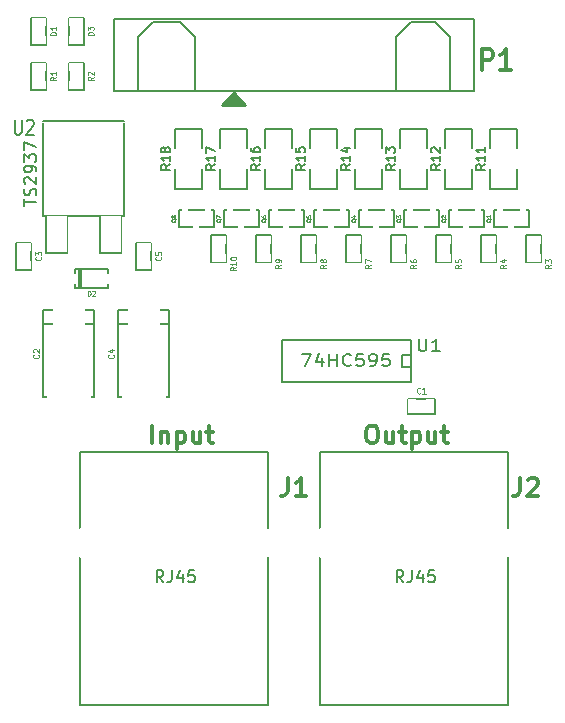
<source format=gto>
G04 (created by PCBNEW (2013-may-18)-stable) date Wed 29 Jan 2014 10:34:26 PM CET*
%MOIN*%
G04 Gerber Fmt 3.4, Leading zero omitted, Abs format*
%FSLAX34Y34*%
G01*
G70*
G90*
G04 APERTURE LIST*
%ADD10C,0.00590551*%
%ADD11C,0.011811*%
%ADD12C,0.00787402*%
%ADD13C,0.005*%
%ADD14C,0.008*%
%ADD15C,0.012*%
%ADD16C,0.0047*%
%ADD17C,0.00344488*%
%ADD18C,0.0039*%
%ADD19C,0.0045*%
%ADD20C,0.01*%
%ADD21C,0.12*%
%ADD22R,0.06X0.06*%
%ADD23C,0.06*%
%ADD24R,0.1063X0.1004*%
%ADD25R,0.1496X0.1004*%
%ADD26R,0.0236X0.0394*%
%ADD27R,0.0335X0.0335*%
%ADD28R,0.02X0.045*%
%ADD29R,0.08X0.06*%
%ADD30R,0.045X0.025*%
%ADD31R,0.025X0.045*%
%ADD32C,0.1437*%
%ADD33R,0.0591X0.0591*%
%ADD34C,0.0591*%
%ADD35C,0.0984252*%
%ADD36R,0.065X0.12*%
%ADD37R,0.24X0.24*%
G04 APERTURE END LIST*
G54D10*
G54D11*
X51554Y-27398D02*
X51667Y-27398D01*
X51723Y-27426D01*
X51779Y-27482D01*
X51807Y-27595D01*
X51807Y-27792D01*
X51779Y-27904D01*
X51723Y-27960D01*
X51667Y-27989D01*
X51554Y-27989D01*
X51498Y-27960D01*
X51442Y-27904D01*
X51414Y-27792D01*
X51414Y-27595D01*
X51442Y-27482D01*
X51498Y-27426D01*
X51554Y-27398D01*
X52314Y-27595D02*
X52314Y-27989D01*
X52061Y-27595D02*
X52061Y-27904D01*
X52089Y-27960D01*
X52145Y-27989D01*
X52229Y-27989D01*
X52285Y-27960D01*
X52314Y-27932D01*
X52510Y-27595D02*
X52735Y-27595D01*
X52595Y-27398D02*
X52595Y-27904D01*
X52623Y-27960D01*
X52679Y-27989D01*
X52735Y-27989D01*
X52932Y-27595D02*
X52932Y-28185D01*
X52932Y-27623D02*
X52989Y-27595D01*
X53101Y-27595D01*
X53157Y-27623D01*
X53185Y-27651D01*
X53214Y-27707D01*
X53214Y-27876D01*
X53185Y-27932D01*
X53157Y-27960D01*
X53101Y-27989D01*
X52989Y-27989D01*
X52932Y-27960D01*
X53720Y-27595D02*
X53720Y-27989D01*
X53467Y-27595D02*
X53467Y-27904D01*
X53495Y-27960D01*
X53551Y-27989D01*
X53635Y-27989D01*
X53692Y-27960D01*
X53720Y-27932D01*
X53917Y-27595D02*
X54142Y-27595D01*
X54001Y-27398D02*
X54001Y-27904D01*
X54029Y-27960D01*
X54085Y-27989D01*
X54142Y-27989D01*
X44279Y-27989D02*
X44279Y-27398D01*
X44561Y-27595D02*
X44561Y-27989D01*
X44561Y-27651D02*
X44589Y-27623D01*
X44645Y-27595D01*
X44729Y-27595D01*
X44785Y-27623D01*
X44814Y-27679D01*
X44814Y-27989D01*
X45095Y-27595D02*
X45095Y-28185D01*
X45095Y-27623D02*
X45151Y-27595D01*
X45264Y-27595D01*
X45320Y-27623D01*
X45348Y-27651D01*
X45376Y-27707D01*
X45376Y-27876D01*
X45348Y-27932D01*
X45320Y-27960D01*
X45264Y-27989D01*
X45151Y-27989D01*
X45095Y-27960D01*
X45882Y-27595D02*
X45882Y-27989D01*
X45629Y-27595D02*
X45629Y-27904D01*
X45657Y-27960D01*
X45714Y-27989D01*
X45798Y-27989D01*
X45854Y-27960D01*
X45882Y-27932D01*
X46079Y-27595D02*
X46304Y-27595D01*
X46163Y-27398D02*
X46163Y-27904D01*
X46192Y-27960D01*
X46248Y-27989D01*
X46304Y-27989D01*
G54D12*
X43100Y-13850D02*
X43000Y-13850D01*
X43000Y-13850D02*
X43000Y-16250D01*
X55000Y-16250D02*
X55000Y-13850D01*
X55000Y-13850D02*
X43100Y-13850D01*
X52400Y-16250D02*
X52400Y-14450D01*
X52400Y-14450D02*
X52900Y-13950D01*
X52900Y-13950D02*
X53700Y-13950D01*
X53700Y-13950D02*
X54200Y-14450D01*
X54200Y-14450D02*
X54200Y-16250D01*
X43800Y-16250D02*
X43800Y-14450D01*
X43800Y-14450D02*
X44300Y-13950D01*
X44300Y-13950D02*
X45200Y-13950D01*
X45200Y-13950D02*
X45700Y-14450D01*
X45700Y-14450D02*
X45700Y-16250D01*
X43000Y-16250D02*
X55000Y-16250D01*
G54D13*
X43150Y-24000D02*
X44850Y-24000D01*
X43150Y-26450D02*
X44850Y-26450D01*
X44850Y-26450D02*
X44850Y-23550D01*
X44850Y-23550D02*
X43150Y-23550D01*
X43150Y-23550D02*
X43150Y-26450D01*
X46875Y-20225D02*
X46875Y-19965D01*
X47625Y-20225D02*
X47625Y-19965D01*
X47250Y-20775D02*
X47250Y-21035D01*
X47840Y-20775D02*
X46660Y-20775D01*
X46660Y-20775D02*
X46660Y-20225D01*
X46660Y-20225D02*
X47840Y-20225D01*
X47840Y-20225D02*
X47840Y-20775D01*
X55875Y-20225D02*
X55875Y-19965D01*
X56625Y-20225D02*
X56625Y-19965D01*
X56250Y-20775D02*
X56250Y-21035D01*
X56840Y-20775D02*
X55660Y-20775D01*
X55660Y-20775D02*
X55660Y-20225D01*
X55660Y-20225D02*
X56840Y-20225D01*
X56840Y-20225D02*
X56840Y-20775D01*
X48375Y-20225D02*
X48375Y-19965D01*
X49125Y-20225D02*
X49125Y-19965D01*
X48750Y-20775D02*
X48750Y-21035D01*
X49340Y-20775D02*
X48160Y-20775D01*
X48160Y-20775D02*
X48160Y-20225D01*
X48160Y-20225D02*
X49340Y-20225D01*
X49340Y-20225D02*
X49340Y-20775D01*
X54375Y-20225D02*
X54375Y-19965D01*
X55125Y-20225D02*
X55125Y-19965D01*
X54750Y-20775D02*
X54750Y-21035D01*
X55340Y-20775D02*
X54160Y-20775D01*
X54160Y-20775D02*
X54160Y-20225D01*
X54160Y-20225D02*
X55340Y-20225D01*
X55340Y-20225D02*
X55340Y-20775D01*
X45375Y-20225D02*
X45375Y-19965D01*
X46125Y-20225D02*
X46125Y-19965D01*
X45750Y-20775D02*
X45750Y-21035D01*
X46340Y-20775D02*
X45160Y-20775D01*
X45160Y-20775D02*
X45160Y-20225D01*
X45160Y-20225D02*
X46340Y-20225D01*
X46340Y-20225D02*
X46340Y-20775D01*
X52875Y-20225D02*
X52875Y-19965D01*
X53625Y-20225D02*
X53625Y-19965D01*
X53250Y-20775D02*
X53250Y-21035D01*
X53840Y-20775D02*
X52660Y-20775D01*
X52660Y-20775D02*
X52660Y-20225D01*
X52660Y-20225D02*
X53840Y-20225D01*
X53840Y-20225D02*
X53840Y-20775D01*
X51375Y-20225D02*
X51375Y-19965D01*
X52125Y-20225D02*
X52125Y-19965D01*
X51750Y-20775D02*
X51750Y-21035D01*
X52340Y-20775D02*
X51160Y-20775D01*
X51160Y-20775D02*
X51160Y-20225D01*
X51160Y-20225D02*
X52340Y-20225D01*
X52340Y-20225D02*
X52340Y-20775D01*
X49875Y-20225D02*
X49875Y-19965D01*
X50625Y-20225D02*
X50625Y-19965D01*
X50250Y-20775D02*
X50250Y-21035D01*
X50840Y-20775D02*
X49660Y-20775D01*
X49660Y-20775D02*
X49660Y-20225D01*
X49660Y-20225D02*
X50840Y-20225D01*
X50840Y-20225D02*
X50840Y-20775D01*
X41896Y-22185D02*
X41896Y-22815D01*
X41856Y-22815D02*
X41856Y-22185D01*
X42801Y-22815D02*
X41699Y-22815D01*
X41699Y-22815D02*
X41699Y-22185D01*
X41699Y-22185D02*
X42801Y-22185D01*
X42801Y-22185D02*
X42801Y-22815D01*
G54D14*
X52900Y-25950D02*
X48600Y-25950D01*
X48600Y-25950D02*
X48600Y-24550D01*
X48600Y-24550D02*
X52900Y-24550D01*
X52900Y-24550D02*
X52900Y-25950D01*
X52900Y-25450D02*
X52600Y-25450D01*
X52600Y-25450D02*
X52600Y-25050D01*
X52600Y-25050D02*
X52900Y-25050D01*
G54D13*
X51050Y-19500D02*
X51950Y-19500D01*
X51950Y-19500D02*
X51950Y-18850D01*
X51050Y-18150D02*
X51050Y-17500D01*
X51050Y-17500D02*
X51950Y-17500D01*
X51950Y-17500D02*
X51950Y-18150D01*
X51050Y-18850D02*
X51050Y-19500D01*
X48050Y-19500D02*
X48950Y-19500D01*
X48950Y-19500D02*
X48950Y-18850D01*
X48050Y-18150D02*
X48050Y-17500D01*
X48050Y-17500D02*
X48950Y-17500D01*
X48950Y-17500D02*
X48950Y-18150D01*
X48050Y-18850D02*
X48050Y-19500D01*
X49550Y-19500D02*
X50450Y-19500D01*
X50450Y-19500D02*
X50450Y-18850D01*
X49550Y-18150D02*
X49550Y-17500D01*
X49550Y-17500D02*
X50450Y-17500D01*
X50450Y-17500D02*
X50450Y-18150D01*
X49550Y-18850D02*
X49550Y-19500D01*
X46550Y-19500D02*
X47450Y-19500D01*
X47450Y-19500D02*
X47450Y-18850D01*
X46550Y-18150D02*
X46550Y-17500D01*
X46550Y-17500D02*
X47450Y-17500D01*
X47450Y-17500D02*
X47450Y-18150D01*
X46550Y-18850D02*
X46550Y-19500D01*
X52550Y-19500D02*
X53450Y-19500D01*
X53450Y-19500D02*
X53450Y-18850D01*
X52550Y-18150D02*
X52550Y-17500D01*
X52550Y-17500D02*
X53450Y-17500D01*
X53450Y-17500D02*
X53450Y-18150D01*
X52550Y-18850D02*
X52550Y-19500D01*
X54050Y-19500D02*
X54950Y-19500D01*
X54950Y-19500D02*
X54950Y-18850D01*
X54050Y-18150D02*
X54050Y-17500D01*
X54050Y-17500D02*
X54950Y-17500D01*
X54950Y-17500D02*
X54950Y-18150D01*
X54050Y-18850D02*
X54050Y-19500D01*
X55550Y-19500D02*
X56450Y-19500D01*
X56450Y-19500D02*
X56450Y-18850D01*
X55550Y-18150D02*
X55550Y-17500D01*
X55550Y-17500D02*
X56450Y-17500D01*
X56450Y-17500D02*
X56450Y-18150D01*
X55550Y-18850D02*
X55550Y-19500D01*
X45050Y-19500D02*
X45950Y-19500D01*
X45950Y-19500D02*
X45950Y-18850D01*
X45050Y-18150D02*
X45050Y-17500D01*
X45050Y-17500D02*
X45950Y-17500D01*
X45950Y-17500D02*
X45950Y-18150D01*
X45050Y-18850D02*
X45050Y-19500D01*
X41500Y-16200D02*
X41500Y-15300D01*
X41500Y-15300D02*
X42000Y-15300D01*
X42000Y-15300D02*
X42000Y-16200D01*
X42000Y-16200D02*
X41500Y-16200D01*
X57250Y-21050D02*
X57250Y-21950D01*
X57250Y-21950D02*
X56750Y-21950D01*
X56750Y-21950D02*
X56750Y-21050D01*
X56750Y-21050D02*
X57250Y-21050D01*
X40250Y-21300D02*
X40250Y-22200D01*
X40250Y-22200D02*
X39750Y-22200D01*
X39750Y-22200D02*
X39750Y-21300D01*
X39750Y-21300D02*
X40250Y-21300D01*
X55750Y-21050D02*
X55750Y-21950D01*
X55750Y-21950D02*
X55250Y-21950D01*
X55250Y-21950D02*
X55250Y-21050D01*
X55250Y-21050D02*
X55750Y-21050D01*
X54250Y-21050D02*
X54250Y-21950D01*
X54250Y-21950D02*
X53750Y-21950D01*
X53750Y-21950D02*
X53750Y-21050D01*
X53750Y-21050D02*
X54250Y-21050D01*
X52750Y-21050D02*
X52750Y-21950D01*
X52750Y-21950D02*
X52250Y-21950D01*
X52250Y-21950D02*
X52250Y-21050D01*
X52250Y-21050D02*
X52750Y-21050D01*
X41500Y-14700D02*
X41500Y-13800D01*
X41500Y-13800D02*
X42000Y-13800D01*
X42000Y-13800D02*
X42000Y-14700D01*
X42000Y-14700D02*
X41500Y-14700D01*
X40250Y-16200D02*
X40250Y-15300D01*
X40250Y-15300D02*
X40750Y-15300D01*
X40750Y-15300D02*
X40750Y-16200D01*
X40750Y-16200D02*
X40250Y-16200D01*
X51250Y-21050D02*
X51250Y-21950D01*
X51250Y-21950D02*
X50750Y-21950D01*
X50750Y-21950D02*
X50750Y-21050D01*
X50750Y-21050D02*
X51250Y-21050D01*
X40250Y-14700D02*
X40250Y-13800D01*
X40250Y-13800D02*
X40750Y-13800D01*
X40750Y-13800D02*
X40750Y-14700D01*
X40750Y-14700D02*
X40250Y-14700D01*
X52800Y-26500D02*
X53700Y-26500D01*
X53700Y-26500D02*
X53700Y-27000D01*
X53700Y-27000D02*
X52800Y-27000D01*
X52800Y-27000D02*
X52800Y-26500D01*
X49750Y-21050D02*
X49750Y-21950D01*
X49750Y-21950D02*
X49250Y-21950D01*
X49250Y-21950D02*
X49250Y-21050D01*
X49250Y-21050D02*
X49750Y-21050D01*
X46750Y-21050D02*
X46750Y-21950D01*
X46750Y-21950D02*
X46250Y-21950D01*
X46250Y-21950D02*
X46250Y-21050D01*
X46250Y-21050D02*
X46750Y-21050D01*
X48250Y-21050D02*
X48250Y-21950D01*
X48250Y-21950D02*
X47750Y-21950D01*
X47750Y-21950D02*
X47750Y-21050D01*
X47750Y-21050D02*
X48250Y-21050D01*
X41874Y-36712D02*
X48125Y-36712D01*
X48125Y-36712D02*
X48125Y-28287D01*
X48125Y-28287D02*
X41874Y-28287D01*
X41874Y-28287D02*
X41874Y-36712D01*
X49874Y-36712D02*
X56125Y-36712D01*
X56125Y-36712D02*
X56125Y-28287D01*
X56125Y-28287D02*
X49874Y-28287D01*
X49874Y-28287D02*
X49874Y-36712D01*
X42550Y-20400D02*
X42550Y-21650D01*
X42550Y-21650D02*
X43250Y-21650D01*
X43250Y-21650D02*
X43250Y-20400D01*
X40750Y-20400D02*
X40750Y-21650D01*
X40750Y-21650D02*
X41450Y-21650D01*
X41450Y-21650D02*
X41450Y-20400D01*
X43350Y-18000D02*
X43350Y-20400D01*
X43350Y-20400D02*
X40650Y-20400D01*
X40650Y-20400D02*
X40650Y-17300D01*
X40650Y-17250D02*
X43350Y-17250D01*
X43350Y-17300D02*
X43350Y-18000D01*
X40650Y-24000D02*
X42350Y-24000D01*
X40650Y-26450D02*
X42350Y-26450D01*
X42350Y-26450D02*
X42350Y-23550D01*
X42350Y-23550D02*
X40650Y-23550D01*
X40650Y-23550D02*
X40650Y-26450D01*
X44250Y-21300D02*
X44250Y-22200D01*
X44250Y-22200D02*
X43750Y-22200D01*
X43750Y-22200D02*
X43750Y-21300D01*
X43750Y-21300D02*
X44250Y-21300D01*
G54D15*
X55288Y-15532D02*
X55288Y-14833D01*
X55526Y-14833D01*
X55586Y-14867D01*
X55616Y-14900D01*
X55645Y-14967D01*
X55645Y-15066D01*
X55616Y-15133D01*
X55586Y-15166D01*
X55526Y-15200D01*
X55288Y-15200D01*
X56241Y-15532D02*
X55883Y-15532D01*
X56062Y-15532D02*
X56062Y-14833D01*
X56002Y-14933D01*
X55943Y-15000D01*
X55883Y-15033D01*
G54D16*
X42985Y-25032D02*
X42995Y-25042D01*
X43004Y-25070D01*
X43004Y-25089D01*
X42995Y-25117D01*
X42976Y-25136D01*
X42957Y-25145D01*
X42920Y-25154D01*
X42892Y-25154D01*
X42854Y-25145D01*
X42835Y-25136D01*
X42817Y-25117D01*
X42807Y-25089D01*
X42807Y-25070D01*
X42817Y-25042D01*
X42826Y-25032D01*
X42873Y-24863D02*
X43004Y-24863D01*
X42798Y-24910D02*
X42939Y-24957D01*
X42939Y-24835D01*
G54D17*
X46568Y-20513D02*
X46562Y-20526D01*
X46549Y-20539D01*
X46529Y-20559D01*
X46522Y-20572D01*
X46522Y-20585D01*
X46555Y-20578D02*
X46549Y-20591D01*
X46536Y-20604D01*
X46509Y-20611D01*
X46463Y-20611D01*
X46437Y-20604D01*
X46424Y-20591D01*
X46417Y-20578D01*
X46417Y-20552D01*
X46424Y-20539D01*
X46437Y-20526D01*
X46463Y-20519D01*
X46509Y-20519D01*
X46536Y-20526D01*
X46549Y-20539D01*
X46555Y-20552D01*
X46555Y-20578D01*
X46417Y-20473D02*
X46417Y-20381D01*
X46555Y-20440D01*
X55568Y-20513D02*
X55562Y-20526D01*
X55549Y-20539D01*
X55529Y-20559D01*
X55522Y-20572D01*
X55522Y-20585D01*
X55555Y-20578D02*
X55549Y-20591D01*
X55536Y-20604D01*
X55509Y-20611D01*
X55463Y-20611D01*
X55437Y-20604D01*
X55424Y-20591D01*
X55417Y-20578D01*
X55417Y-20552D01*
X55424Y-20539D01*
X55437Y-20526D01*
X55463Y-20519D01*
X55509Y-20519D01*
X55536Y-20526D01*
X55549Y-20539D01*
X55555Y-20552D01*
X55555Y-20578D01*
X55555Y-20388D02*
X55555Y-20467D01*
X55555Y-20427D02*
X55417Y-20427D01*
X55437Y-20440D01*
X55450Y-20454D01*
X55457Y-20467D01*
X48068Y-20513D02*
X48062Y-20526D01*
X48049Y-20539D01*
X48029Y-20559D01*
X48022Y-20572D01*
X48022Y-20585D01*
X48055Y-20578D02*
X48049Y-20591D01*
X48036Y-20604D01*
X48009Y-20611D01*
X47963Y-20611D01*
X47937Y-20604D01*
X47924Y-20591D01*
X47917Y-20578D01*
X47917Y-20552D01*
X47924Y-20539D01*
X47937Y-20526D01*
X47963Y-20519D01*
X48009Y-20519D01*
X48036Y-20526D01*
X48049Y-20539D01*
X48055Y-20552D01*
X48055Y-20578D01*
X47917Y-20401D02*
X47917Y-20427D01*
X47924Y-20440D01*
X47931Y-20447D01*
X47950Y-20460D01*
X47977Y-20467D01*
X48029Y-20467D01*
X48042Y-20460D01*
X48049Y-20454D01*
X48055Y-20440D01*
X48055Y-20414D01*
X48049Y-20401D01*
X48042Y-20395D01*
X48029Y-20388D01*
X47996Y-20388D01*
X47983Y-20395D01*
X47977Y-20401D01*
X47970Y-20414D01*
X47970Y-20440D01*
X47977Y-20454D01*
X47983Y-20460D01*
X47996Y-20467D01*
X54068Y-20513D02*
X54062Y-20526D01*
X54049Y-20539D01*
X54029Y-20559D01*
X54022Y-20572D01*
X54022Y-20585D01*
X54055Y-20578D02*
X54049Y-20591D01*
X54036Y-20604D01*
X54009Y-20611D01*
X53963Y-20611D01*
X53937Y-20604D01*
X53924Y-20591D01*
X53917Y-20578D01*
X53917Y-20552D01*
X53924Y-20539D01*
X53937Y-20526D01*
X53963Y-20519D01*
X54009Y-20519D01*
X54036Y-20526D01*
X54049Y-20539D01*
X54055Y-20552D01*
X54055Y-20578D01*
X53931Y-20467D02*
X53924Y-20460D01*
X53917Y-20447D01*
X53917Y-20414D01*
X53924Y-20401D01*
X53931Y-20395D01*
X53944Y-20388D01*
X53957Y-20388D01*
X53977Y-20395D01*
X54055Y-20473D01*
X54055Y-20388D01*
X45068Y-20513D02*
X45062Y-20526D01*
X45049Y-20539D01*
X45029Y-20559D01*
X45022Y-20572D01*
X45022Y-20585D01*
X45055Y-20578D02*
X45049Y-20591D01*
X45036Y-20604D01*
X45009Y-20611D01*
X44963Y-20611D01*
X44937Y-20604D01*
X44924Y-20591D01*
X44917Y-20578D01*
X44917Y-20552D01*
X44924Y-20539D01*
X44937Y-20526D01*
X44963Y-20519D01*
X45009Y-20519D01*
X45036Y-20526D01*
X45049Y-20539D01*
X45055Y-20552D01*
X45055Y-20578D01*
X44977Y-20440D02*
X44970Y-20454D01*
X44963Y-20460D01*
X44950Y-20467D01*
X44944Y-20467D01*
X44931Y-20460D01*
X44924Y-20454D01*
X44917Y-20440D01*
X44917Y-20414D01*
X44924Y-20401D01*
X44931Y-20395D01*
X44944Y-20388D01*
X44950Y-20388D01*
X44963Y-20395D01*
X44970Y-20401D01*
X44977Y-20414D01*
X44977Y-20440D01*
X44983Y-20454D01*
X44990Y-20460D01*
X45003Y-20467D01*
X45029Y-20467D01*
X45042Y-20460D01*
X45049Y-20454D01*
X45055Y-20440D01*
X45055Y-20414D01*
X45049Y-20401D01*
X45042Y-20395D01*
X45029Y-20388D01*
X45003Y-20388D01*
X44990Y-20395D01*
X44983Y-20401D01*
X44977Y-20414D01*
X52568Y-20513D02*
X52562Y-20526D01*
X52549Y-20539D01*
X52529Y-20559D01*
X52522Y-20572D01*
X52522Y-20585D01*
X52555Y-20578D02*
X52549Y-20591D01*
X52536Y-20604D01*
X52509Y-20611D01*
X52463Y-20611D01*
X52437Y-20604D01*
X52424Y-20591D01*
X52417Y-20578D01*
X52417Y-20552D01*
X52424Y-20539D01*
X52437Y-20526D01*
X52463Y-20519D01*
X52509Y-20519D01*
X52536Y-20526D01*
X52549Y-20539D01*
X52555Y-20552D01*
X52555Y-20578D01*
X52417Y-20473D02*
X52417Y-20388D01*
X52470Y-20434D01*
X52470Y-20414D01*
X52477Y-20401D01*
X52483Y-20395D01*
X52496Y-20388D01*
X52529Y-20388D01*
X52542Y-20395D01*
X52549Y-20401D01*
X52555Y-20414D01*
X52555Y-20454D01*
X52549Y-20467D01*
X52542Y-20473D01*
X51068Y-20513D02*
X51062Y-20526D01*
X51049Y-20539D01*
X51029Y-20559D01*
X51022Y-20572D01*
X51022Y-20585D01*
X51055Y-20578D02*
X51049Y-20591D01*
X51036Y-20604D01*
X51009Y-20611D01*
X50963Y-20611D01*
X50937Y-20604D01*
X50924Y-20591D01*
X50917Y-20578D01*
X50917Y-20552D01*
X50924Y-20539D01*
X50937Y-20526D01*
X50963Y-20519D01*
X51009Y-20519D01*
X51036Y-20526D01*
X51049Y-20539D01*
X51055Y-20552D01*
X51055Y-20578D01*
X50963Y-20401D02*
X51055Y-20401D01*
X50911Y-20434D02*
X51009Y-20467D01*
X51009Y-20381D01*
X49568Y-20513D02*
X49562Y-20526D01*
X49549Y-20539D01*
X49529Y-20559D01*
X49522Y-20572D01*
X49522Y-20585D01*
X49555Y-20578D02*
X49549Y-20591D01*
X49536Y-20604D01*
X49509Y-20611D01*
X49463Y-20611D01*
X49437Y-20604D01*
X49424Y-20591D01*
X49417Y-20578D01*
X49417Y-20552D01*
X49424Y-20539D01*
X49437Y-20526D01*
X49463Y-20519D01*
X49509Y-20519D01*
X49536Y-20526D01*
X49549Y-20539D01*
X49555Y-20552D01*
X49555Y-20578D01*
X49417Y-20395D02*
X49417Y-20460D01*
X49483Y-20467D01*
X49477Y-20460D01*
X49470Y-20447D01*
X49470Y-20414D01*
X49477Y-20401D01*
X49483Y-20395D01*
X49496Y-20388D01*
X49529Y-20388D01*
X49542Y-20395D01*
X49549Y-20401D01*
X49555Y-20414D01*
X49555Y-20447D01*
X49549Y-20460D01*
X49542Y-20467D01*
G54D18*
X42134Y-23063D02*
X42134Y-22906D01*
X42171Y-22906D01*
X42193Y-22914D01*
X42208Y-22928D01*
X42216Y-22943D01*
X42223Y-22973D01*
X42223Y-22996D01*
X42216Y-23026D01*
X42208Y-23041D01*
X42193Y-23056D01*
X42171Y-23063D01*
X42134Y-23063D01*
X42283Y-22921D02*
X42291Y-22914D01*
X42306Y-22906D01*
X42343Y-22906D01*
X42358Y-22914D01*
X42365Y-22921D01*
X42373Y-22936D01*
X42373Y-22951D01*
X42365Y-22973D01*
X42276Y-23063D01*
X42373Y-23063D01*
G54D13*
X53157Y-24511D02*
X53157Y-24835D01*
X53178Y-24873D01*
X53200Y-24892D01*
X53242Y-24911D01*
X53328Y-24911D01*
X53371Y-24892D01*
X53392Y-24873D01*
X53414Y-24835D01*
X53414Y-24511D01*
X53864Y-24911D02*
X53607Y-24911D01*
X53735Y-24911D02*
X53735Y-24511D01*
X53692Y-24569D01*
X53650Y-24607D01*
X53607Y-24626D01*
X49282Y-25011D02*
X49582Y-25011D01*
X49389Y-25411D01*
X49946Y-25145D02*
X49946Y-25411D01*
X49839Y-24992D02*
X49732Y-25278D01*
X50010Y-25278D01*
X50182Y-25411D02*
X50182Y-25011D01*
X50182Y-25202D02*
X50439Y-25202D01*
X50439Y-25411D02*
X50439Y-25011D01*
X50910Y-25373D02*
X50889Y-25392D01*
X50825Y-25411D01*
X50782Y-25411D01*
X50717Y-25392D01*
X50675Y-25354D01*
X50653Y-25316D01*
X50632Y-25240D01*
X50632Y-25183D01*
X50653Y-25107D01*
X50675Y-25069D01*
X50717Y-25030D01*
X50782Y-25011D01*
X50825Y-25011D01*
X50889Y-25030D01*
X50910Y-25050D01*
X51317Y-25011D02*
X51103Y-25011D01*
X51082Y-25202D01*
X51103Y-25183D01*
X51146Y-25164D01*
X51253Y-25164D01*
X51296Y-25183D01*
X51317Y-25202D01*
X51339Y-25240D01*
X51339Y-25335D01*
X51317Y-25373D01*
X51296Y-25392D01*
X51253Y-25411D01*
X51146Y-25411D01*
X51103Y-25392D01*
X51082Y-25373D01*
X51553Y-25411D02*
X51639Y-25411D01*
X51682Y-25392D01*
X51703Y-25373D01*
X51746Y-25316D01*
X51767Y-25240D01*
X51767Y-25088D01*
X51746Y-25050D01*
X51725Y-25030D01*
X51682Y-25011D01*
X51596Y-25011D01*
X51553Y-25030D01*
X51532Y-25050D01*
X51510Y-25088D01*
X51510Y-25183D01*
X51532Y-25221D01*
X51553Y-25240D01*
X51596Y-25259D01*
X51682Y-25259D01*
X51725Y-25240D01*
X51746Y-25221D01*
X51767Y-25183D01*
X52175Y-25011D02*
X51960Y-25011D01*
X51939Y-25202D01*
X51960Y-25183D01*
X52003Y-25164D01*
X52110Y-25164D01*
X52153Y-25183D01*
X52175Y-25202D01*
X52196Y-25240D01*
X52196Y-25335D01*
X52175Y-25373D01*
X52153Y-25392D01*
X52110Y-25411D01*
X52003Y-25411D01*
X51960Y-25392D01*
X51939Y-25373D01*
X50871Y-18692D02*
X50728Y-18792D01*
X50871Y-18864D02*
X50571Y-18864D01*
X50571Y-18750D01*
X50585Y-18721D01*
X50600Y-18707D01*
X50628Y-18692D01*
X50671Y-18692D01*
X50700Y-18707D01*
X50714Y-18721D01*
X50728Y-18750D01*
X50728Y-18864D01*
X50871Y-18407D02*
X50871Y-18578D01*
X50871Y-18492D02*
X50571Y-18492D01*
X50614Y-18521D01*
X50642Y-18550D01*
X50657Y-18578D01*
X50671Y-18150D02*
X50871Y-18150D01*
X50557Y-18221D02*
X50771Y-18292D01*
X50771Y-18107D01*
X47871Y-18692D02*
X47728Y-18792D01*
X47871Y-18864D02*
X47571Y-18864D01*
X47571Y-18750D01*
X47585Y-18721D01*
X47600Y-18707D01*
X47628Y-18692D01*
X47671Y-18692D01*
X47700Y-18707D01*
X47714Y-18721D01*
X47728Y-18750D01*
X47728Y-18864D01*
X47871Y-18407D02*
X47871Y-18578D01*
X47871Y-18492D02*
X47571Y-18492D01*
X47614Y-18521D01*
X47642Y-18550D01*
X47657Y-18578D01*
X47571Y-18150D02*
X47571Y-18207D01*
X47585Y-18235D01*
X47600Y-18250D01*
X47642Y-18278D01*
X47700Y-18292D01*
X47814Y-18292D01*
X47842Y-18278D01*
X47857Y-18264D01*
X47871Y-18235D01*
X47871Y-18178D01*
X47857Y-18150D01*
X47842Y-18135D01*
X47814Y-18121D01*
X47742Y-18121D01*
X47714Y-18135D01*
X47700Y-18150D01*
X47685Y-18178D01*
X47685Y-18235D01*
X47700Y-18264D01*
X47714Y-18278D01*
X47742Y-18292D01*
X49371Y-18692D02*
X49228Y-18792D01*
X49371Y-18864D02*
X49071Y-18864D01*
X49071Y-18750D01*
X49085Y-18721D01*
X49100Y-18707D01*
X49128Y-18692D01*
X49171Y-18692D01*
X49200Y-18707D01*
X49214Y-18721D01*
X49228Y-18750D01*
X49228Y-18864D01*
X49371Y-18407D02*
X49371Y-18578D01*
X49371Y-18492D02*
X49071Y-18492D01*
X49114Y-18521D01*
X49142Y-18550D01*
X49157Y-18578D01*
X49071Y-18135D02*
X49071Y-18278D01*
X49214Y-18292D01*
X49200Y-18278D01*
X49185Y-18250D01*
X49185Y-18178D01*
X49200Y-18150D01*
X49214Y-18135D01*
X49242Y-18121D01*
X49314Y-18121D01*
X49342Y-18135D01*
X49357Y-18150D01*
X49371Y-18178D01*
X49371Y-18250D01*
X49357Y-18278D01*
X49342Y-18292D01*
X46371Y-18692D02*
X46228Y-18792D01*
X46371Y-18864D02*
X46071Y-18864D01*
X46071Y-18750D01*
X46085Y-18721D01*
X46100Y-18707D01*
X46128Y-18692D01*
X46171Y-18692D01*
X46200Y-18707D01*
X46214Y-18721D01*
X46228Y-18750D01*
X46228Y-18864D01*
X46371Y-18407D02*
X46371Y-18578D01*
X46371Y-18492D02*
X46071Y-18492D01*
X46114Y-18521D01*
X46142Y-18550D01*
X46157Y-18578D01*
X46071Y-18307D02*
X46071Y-18107D01*
X46371Y-18235D01*
X52371Y-18692D02*
X52228Y-18792D01*
X52371Y-18864D02*
X52071Y-18864D01*
X52071Y-18750D01*
X52085Y-18721D01*
X52100Y-18707D01*
X52128Y-18692D01*
X52171Y-18692D01*
X52200Y-18707D01*
X52214Y-18721D01*
X52228Y-18750D01*
X52228Y-18864D01*
X52371Y-18407D02*
X52371Y-18578D01*
X52371Y-18492D02*
X52071Y-18492D01*
X52114Y-18521D01*
X52142Y-18550D01*
X52157Y-18578D01*
X52071Y-18307D02*
X52071Y-18121D01*
X52185Y-18221D01*
X52185Y-18178D01*
X52200Y-18150D01*
X52214Y-18135D01*
X52242Y-18121D01*
X52314Y-18121D01*
X52342Y-18135D01*
X52357Y-18150D01*
X52371Y-18178D01*
X52371Y-18264D01*
X52357Y-18292D01*
X52342Y-18307D01*
X53871Y-18692D02*
X53728Y-18792D01*
X53871Y-18864D02*
X53571Y-18864D01*
X53571Y-18750D01*
X53585Y-18721D01*
X53600Y-18707D01*
X53628Y-18692D01*
X53671Y-18692D01*
X53700Y-18707D01*
X53714Y-18721D01*
X53728Y-18750D01*
X53728Y-18864D01*
X53871Y-18407D02*
X53871Y-18578D01*
X53871Y-18492D02*
X53571Y-18492D01*
X53614Y-18521D01*
X53642Y-18550D01*
X53657Y-18578D01*
X53600Y-18292D02*
X53585Y-18278D01*
X53571Y-18250D01*
X53571Y-18178D01*
X53585Y-18150D01*
X53600Y-18135D01*
X53628Y-18121D01*
X53657Y-18121D01*
X53700Y-18135D01*
X53871Y-18307D01*
X53871Y-18121D01*
X55371Y-18692D02*
X55228Y-18792D01*
X55371Y-18864D02*
X55071Y-18864D01*
X55071Y-18750D01*
X55085Y-18721D01*
X55100Y-18707D01*
X55128Y-18692D01*
X55171Y-18692D01*
X55200Y-18707D01*
X55214Y-18721D01*
X55228Y-18750D01*
X55228Y-18864D01*
X55371Y-18407D02*
X55371Y-18578D01*
X55371Y-18492D02*
X55071Y-18492D01*
X55114Y-18521D01*
X55142Y-18550D01*
X55157Y-18578D01*
X55371Y-18121D02*
X55371Y-18292D01*
X55371Y-18207D02*
X55071Y-18207D01*
X55114Y-18235D01*
X55142Y-18264D01*
X55157Y-18292D01*
X44871Y-18692D02*
X44728Y-18792D01*
X44871Y-18864D02*
X44571Y-18864D01*
X44571Y-18750D01*
X44585Y-18721D01*
X44600Y-18707D01*
X44628Y-18692D01*
X44671Y-18692D01*
X44700Y-18707D01*
X44714Y-18721D01*
X44728Y-18750D01*
X44728Y-18864D01*
X44871Y-18407D02*
X44871Y-18578D01*
X44871Y-18492D02*
X44571Y-18492D01*
X44614Y-18521D01*
X44642Y-18550D01*
X44657Y-18578D01*
X44700Y-18235D02*
X44685Y-18264D01*
X44671Y-18278D01*
X44642Y-18292D01*
X44628Y-18292D01*
X44600Y-18278D01*
X44585Y-18264D01*
X44571Y-18235D01*
X44571Y-18178D01*
X44585Y-18150D01*
X44600Y-18135D01*
X44628Y-18121D01*
X44642Y-18121D01*
X44671Y-18135D01*
X44685Y-18150D01*
X44700Y-18178D01*
X44700Y-18235D01*
X44714Y-18264D01*
X44728Y-18278D01*
X44757Y-18292D01*
X44814Y-18292D01*
X44842Y-18278D01*
X44857Y-18264D01*
X44871Y-18235D01*
X44871Y-18178D01*
X44857Y-18150D01*
X44842Y-18135D01*
X44814Y-18121D01*
X44757Y-18121D01*
X44728Y-18135D01*
X44714Y-18150D01*
X44700Y-18178D01*
G54D19*
X42330Y-15780D02*
X42235Y-15840D01*
X42330Y-15882D02*
X42130Y-15882D01*
X42130Y-15814D01*
X42140Y-15797D01*
X42150Y-15788D01*
X42169Y-15780D01*
X42197Y-15780D01*
X42216Y-15788D01*
X42226Y-15797D01*
X42235Y-15814D01*
X42235Y-15882D01*
X42150Y-15711D02*
X42140Y-15702D01*
X42130Y-15685D01*
X42130Y-15642D01*
X42140Y-15625D01*
X42150Y-15617D01*
X42169Y-15608D01*
X42188Y-15608D01*
X42216Y-15617D01*
X42330Y-15720D01*
X42330Y-15608D01*
X57580Y-22030D02*
X57485Y-22090D01*
X57580Y-22132D02*
X57380Y-22132D01*
X57380Y-22064D01*
X57390Y-22047D01*
X57400Y-22038D01*
X57419Y-22030D01*
X57447Y-22030D01*
X57466Y-22038D01*
X57476Y-22047D01*
X57485Y-22064D01*
X57485Y-22132D01*
X57380Y-21970D02*
X57380Y-21858D01*
X57457Y-21918D01*
X57457Y-21892D01*
X57466Y-21875D01*
X57476Y-21867D01*
X57495Y-21858D01*
X57542Y-21858D01*
X57561Y-21867D01*
X57571Y-21875D01*
X57580Y-21892D01*
X57580Y-21944D01*
X57571Y-21961D01*
X57561Y-21970D01*
X40561Y-21780D02*
X40571Y-21788D01*
X40580Y-21814D01*
X40580Y-21831D01*
X40571Y-21857D01*
X40552Y-21874D01*
X40533Y-21882D01*
X40495Y-21891D01*
X40466Y-21891D01*
X40428Y-21882D01*
X40409Y-21874D01*
X40390Y-21857D01*
X40380Y-21831D01*
X40380Y-21814D01*
X40390Y-21788D01*
X40400Y-21780D01*
X40380Y-21720D02*
X40380Y-21608D01*
X40457Y-21668D01*
X40457Y-21642D01*
X40466Y-21625D01*
X40476Y-21617D01*
X40495Y-21608D01*
X40542Y-21608D01*
X40561Y-21617D01*
X40571Y-21625D01*
X40580Y-21642D01*
X40580Y-21694D01*
X40571Y-21711D01*
X40561Y-21720D01*
X56080Y-22030D02*
X55985Y-22090D01*
X56080Y-22132D02*
X55880Y-22132D01*
X55880Y-22064D01*
X55890Y-22047D01*
X55900Y-22038D01*
X55919Y-22030D01*
X55947Y-22030D01*
X55966Y-22038D01*
X55976Y-22047D01*
X55985Y-22064D01*
X55985Y-22132D01*
X55947Y-21875D02*
X56080Y-21875D01*
X55871Y-21918D02*
X56014Y-21961D01*
X56014Y-21850D01*
X54580Y-22030D02*
X54485Y-22090D01*
X54580Y-22132D02*
X54380Y-22132D01*
X54380Y-22064D01*
X54390Y-22047D01*
X54400Y-22038D01*
X54419Y-22030D01*
X54447Y-22030D01*
X54466Y-22038D01*
X54476Y-22047D01*
X54485Y-22064D01*
X54485Y-22132D01*
X54380Y-21867D02*
X54380Y-21952D01*
X54476Y-21961D01*
X54466Y-21952D01*
X54457Y-21935D01*
X54457Y-21892D01*
X54466Y-21875D01*
X54476Y-21867D01*
X54495Y-21858D01*
X54542Y-21858D01*
X54561Y-21867D01*
X54571Y-21875D01*
X54580Y-21892D01*
X54580Y-21935D01*
X54571Y-21952D01*
X54561Y-21961D01*
X53080Y-22030D02*
X52985Y-22090D01*
X53080Y-22132D02*
X52880Y-22132D01*
X52880Y-22064D01*
X52890Y-22047D01*
X52900Y-22038D01*
X52919Y-22030D01*
X52947Y-22030D01*
X52966Y-22038D01*
X52976Y-22047D01*
X52985Y-22064D01*
X52985Y-22132D01*
X52880Y-21875D02*
X52880Y-21910D01*
X52890Y-21927D01*
X52900Y-21935D01*
X52928Y-21952D01*
X52966Y-21961D01*
X53042Y-21961D01*
X53061Y-21952D01*
X53071Y-21944D01*
X53080Y-21927D01*
X53080Y-21892D01*
X53071Y-21875D01*
X53061Y-21867D01*
X53042Y-21858D01*
X52995Y-21858D01*
X52976Y-21867D01*
X52966Y-21875D01*
X52957Y-21892D01*
X52957Y-21927D01*
X52966Y-21944D01*
X52976Y-21952D01*
X52995Y-21961D01*
X42330Y-14382D02*
X42130Y-14382D01*
X42130Y-14340D01*
X42140Y-14314D01*
X42159Y-14297D01*
X42178Y-14288D01*
X42216Y-14280D01*
X42245Y-14280D01*
X42283Y-14288D01*
X42302Y-14297D01*
X42321Y-14314D01*
X42330Y-14340D01*
X42330Y-14382D01*
X42130Y-14220D02*
X42130Y-14108D01*
X42207Y-14168D01*
X42207Y-14142D01*
X42216Y-14125D01*
X42226Y-14117D01*
X42245Y-14108D01*
X42292Y-14108D01*
X42311Y-14117D01*
X42321Y-14125D01*
X42330Y-14142D01*
X42330Y-14194D01*
X42321Y-14211D01*
X42311Y-14220D01*
X41080Y-15780D02*
X40985Y-15840D01*
X41080Y-15882D02*
X40880Y-15882D01*
X40880Y-15814D01*
X40890Y-15797D01*
X40900Y-15788D01*
X40919Y-15780D01*
X40947Y-15780D01*
X40966Y-15788D01*
X40976Y-15797D01*
X40985Y-15814D01*
X40985Y-15882D01*
X41080Y-15608D02*
X41080Y-15711D01*
X41080Y-15660D02*
X40880Y-15660D01*
X40909Y-15677D01*
X40928Y-15694D01*
X40938Y-15711D01*
X51580Y-22030D02*
X51485Y-22090D01*
X51580Y-22132D02*
X51380Y-22132D01*
X51380Y-22064D01*
X51390Y-22047D01*
X51400Y-22038D01*
X51419Y-22030D01*
X51447Y-22030D01*
X51466Y-22038D01*
X51476Y-22047D01*
X51485Y-22064D01*
X51485Y-22132D01*
X51380Y-21970D02*
X51380Y-21850D01*
X51580Y-21927D01*
X41080Y-14382D02*
X40880Y-14382D01*
X40880Y-14340D01*
X40890Y-14314D01*
X40909Y-14297D01*
X40928Y-14288D01*
X40966Y-14280D01*
X40995Y-14280D01*
X41033Y-14288D01*
X41052Y-14297D01*
X41071Y-14314D01*
X41080Y-14340D01*
X41080Y-14382D01*
X41080Y-14108D02*
X41080Y-14211D01*
X41080Y-14160D02*
X40880Y-14160D01*
X40909Y-14177D01*
X40928Y-14194D01*
X40938Y-14211D01*
X53220Y-26311D02*
X53211Y-26321D01*
X53185Y-26330D01*
X53168Y-26330D01*
X53142Y-26321D01*
X53125Y-26302D01*
X53117Y-26283D01*
X53108Y-26245D01*
X53108Y-26216D01*
X53117Y-26178D01*
X53125Y-26159D01*
X53142Y-26140D01*
X53168Y-26130D01*
X53185Y-26130D01*
X53211Y-26140D01*
X53220Y-26150D01*
X53391Y-26330D02*
X53288Y-26330D01*
X53340Y-26330D02*
X53340Y-26130D01*
X53322Y-26159D01*
X53305Y-26178D01*
X53288Y-26188D01*
X50080Y-22030D02*
X49985Y-22090D01*
X50080Y-22132D02*
X49880Y-22132D01*
X49880Y-22064D01*
X49890Y-22047D01*
X49900Y-22038D01*
X49919Y-22030D01*
X49947Y-22030D01*
X49966Y-22038D01*
X49976Y-22047D01*
X49985Y-22064D01*
X49985Y-22132D01*
X49966Y-21927D02*
X49957Y-21944D01*
X49947Y-21952D01*
X49928Y-21961D01*
X49919Y-21961D01*
X49900Y-21952D01*
X49890Y-21944D01*
X49880Y-21927D01*
X49880Y-21892D01*
X49890Y-21875D01*
X49900Y-21867D01*
X49919Y-21858D01*
X49928Y-21858D01*
X49947Y-21867D01*
X49957Y-21875D01*
X49966Y-21892D01*
X49966Y-21927D01*
X49976Y-21944D01*
X49985Y-21952D01*
X50004Y-21961D01*
X50042Y-21961D01*
X50061Y-21952D01*
X50071Y-21944D01*
X50080Y-21927D01*
X50080Y-21892D01*
X50071Y-21875D01*
X50061Y-21867D01*
X50042Y-21858D01*
X50004Y-21858D01*
X49985Y-21867D01*
X49976Y-21875D01*
X49966Y-21892D01*
X47080Y-22115D02*
X46985Y-22175D01*
X47080Y-22218D02*
X46880Y-22218D01*
X46880Y-22150D01*
X46890Y-22132D01*
X46900Y-22124D01*
X46919Y-22115D01*
X46947Y-22115D01*
X46966Y-22124D01*
X46976Y-22132D01*
X46985Y-22150D01*
X46985Y-22218D01*
X47080Y-21944D02*
X47080Y-22047D01*
X47080Y-21995D02*
X46880Y-21995D01*
X46909Y-22012D01*
X46928Y-22030D01*
X46938Y-22047D01*
X46880Y-21832D02*
X46880Y-21815D01*
X46890Y-21798D01*
X46900Y-21790D01*
X46919Y-21781D01*
X46957Y-21772D01*
X47004Y-21772D01*
X47042Y-21781D01*
X47061Y-21790D01*
X47071Y-21798D01*
X47080Y-21815D01*
X47080Y-21832D01*
X47071Y-21850D01*
X47061Y-21858D01*
X47042Y-21867D01*
X47004Y-21875D01*
X46957Y-21875D01*
X46919Y-21867D01*
X46900Y-21858D01*
X46890Y-21850D01*
X46880Y-21832D01*
X48580Y-22030D02*
X48485Y-22090D01*
X48580Y-22132D02*
X48380Y-22132D01*
X48380Y-22064D01*
X48390Y-22047D01*
X48400Y-22038D01*
X48419Y-22030D01*
X48447Y-22030D01*
X48466Y-22038D01*
X48476Y-22047D01*
X48485Y-22064D01*
X48485Y-22132D01*
X48580Y-21944D02*
X48580Y-21910D01*
X48571Y-21892D01*
X48561Y-21884D01*
X48533Y-21867D01*
X48495Y-21858D01*
X48419Y-21858D01*
X48400Y-21867D01*
X48390Y-21875D01*
X48380Y-21892D01*
X48380Y-21927D01*
X48390Y-21944D01*
X48400Y-21952D01*
X48419Y-21961D01*
X48466Y-21961D01*
X48485Y-21952D01*
X48495Y-21944D01*
X48504Y-21927D01*
X48504Y-21892D01*
X48495Y-21875D01*
X48485Y-21867D01*
X48466Y-21858D01*
G54D15*
X48800Y-29142D02*
X48800Y-29571D01*
X48771Y-29657D01*
X48714Y-29714D01*
X48628Y-29742D01*
X48571Y-29742D01*
X49400Y-29742D02*
X49057Y-29742D01*
X49228Y-29742D02*
X49228Y-29142D01*
X49171Y-29228D01*
X49114Y-29285D01*
X49057Y-29314D01*
G54D14*
X44652Y-32619D02*
X44521Y-32431D01*
X44427Y-32619D02*
X44427Y-32225D01*
X44577Y-32225D01*
X44615Y-32244D01*
X44633Y-32263D01*
X44652Y-32300D01*
X44652Y-32356D01*
X44633Y-32394D01*
X44615Y-32413D01*
X44577Y-32431D01*
X44427Y-32431D01*
X44934Y-32225D02*
X44934Y-32506D01*
X44915Y-32563D01*
X44877Y-32600D01*
X44821Y-32619D01*
X44783Y-32619D01*
X45290Y-32356D02*
X45290Y-32619D01*
X45196Y-32206D02*
X45102Y-32488D01*
X45346Y-32488D01*
X45684Y-32225D02*
X45496Y-32225D01*
X45478Y-32413D01*
X45496Y-32394D01*
X45534Y-32375D01*
X45628Y-32375D01*
X45665Y-32394D01*
X45684Y-32413D01*
X45703Y-32450D01*
X45703Y-32544D01*
X45684Y-32581D01*
X45665Y-32600D01*
X45628Y-32619D01*
X45534Y-32619D01*
X45496Y-32600D01*
X45478Y-32581D01*
G54D15*
X56550Y-29142D02*
X56550Y-29571D01*
X56521Y-29657D01*
X56464Y-29714D01*
X56378Y-29742D01*
X56321Y-29742D01*
X56807Y-29200D02*
X56835Y-29171D01*
X56892Y-29142D01*
X57035Y-29142D01*
X57092Y-29171D01*
X57121Y-29200D01*
X57150Y-29257D01*
X57150Y-29314D01*
X57121Y-29400D01*
X56778Y-29742D01*
X57150Y-29742D01*
G54D14*
X52652Y-32619D02*
X52521Y-32431D01*
X52427Y-32619D02*
X52427Y-32225D01*
X52577Y-32225D01*
X52615Y-32244D01*
X52633Y-32263D01*
X52652Y-32300D01*
X52652Y-32356D01*
X52633Y-32394D01*
X52615Y-32413D01*
X52577Y-32431D01*
X52427Y-32431D01*
X52934Y-32225D02*
X52934Y-32506D01*
X52915Y-32563D01*
X52877Y-32600D01*
X52821Y-32619D01*
X52783Y-32619D01*
X53290Y-32356D02*
X53290Y-32619D01*
X53196Y-32206D02*
X53102Y-32488D01*
X53346Y-32488D01*
X53684Y-32225D02*
X53496Y-32225D01*
X53478Y-32413D01*
X53496Y-32394D01*
X53534Y-32375D01*
X53628Y-32375D01*
X53665Y-32394D01*
X53684Y-32413D01*
X53703Y-32450D01*
X53703Y-32544D01*
X53684Y-32581D01*
X53665Y-32600D01*
X53628Y-32619D01*
X53534Y-32619D01*
X53496Y-32600D01*
X53478Y-32581D01*
X39695Y-17202D02*
X39695Y-17607D01*
X39714Y-17654D01*
X39733Y-17678D01*
X39771Y-17702D01*
X39847Y-17702D01*
X39885Y-17678D01*
X39904Y-17654D01*
X39923Y-17607D01*
X39923Y-17202D01*
X40095Y-17250D02*
X40114Y-17226D01*
X40152Y-17202D01*
X40247Y-17202D01*
X40285Y-17226D01*
X40304Y-17250D01*
X40323Y-17297D01*
X40323Y-17345D01*
X40304Y-17416D01*
X40076Y-17702D01*
X40323Y-17702D01*
X40011Y-20066D02*
X40011Y-19838D01*
X40411Y-19952D02*
X40011Y-19952D01*
X40392Y-19723D02*
X40411Y-19666D01*
X40411Y-19571D01*
X40392Y-19533D01*
X40373Y-19514D01*
X40335Y-19495D01*
X40297Y-19495D01*
X40259Y-19514D01*
X40240Y-19533D01*
X40221Y-19571D01*
X40202Y-19647D01*
X40183Y-19685D01*
X40164Y-19704D01*
X40126Y-19723D01*
X40088Y-19723D01*
X40050Y-19704D01*
X40030Y-19685D01*
X40011Y-19647D01*
X40011Y-19552D01*
X40030Y-19495D01*
X40050Y-19342D02*
X40030Y-19323D01*
X40011Y-19285D01*
X40011Y-19190D01*
X40030Y-19152D01*
X40050Y-19133D01*
X40088Y-19114D01*
X40126Y-19114D01*
X40183Y-19133D01*
X40411Y-19361D01*
X40411Y-19114D01*
X40411Y-18923D02*
X40411Y-18847D01*
X40392Y-18809D01*
X40373Y-18790D01*
X40316Y-18752D01*
X40240Y-18733D01*
X40088Y-18733D01*
X40050Y-18752D01*
X40030Y-18771D01*
X40011Y-18809D01*
X40011Y-18885D01*
X40030Y-18923D01*
X40050Y-18942D01*
X40088Y-18961D01*
X40183Y-18961D01*
X40221Y-18942D01*
X40240Y-18923D01*
X40259Y-18885D01*
X40259Y-18809D01*
X40240Y-18771D01*
X40221Y-18752D01*
X40183Y-18733D01*
X40011Y-18600D02*
X40011Y-18352D01*
X40164Y-18485D01*
X40164Y-18428D01*
X40183Y-18390D01*
X40202Y-18371D01*
X40240Y-18352D01*
X40335Y-18352D01*
X40373Y-18371D01*
X40392Y-18390D01*
X40411Y-18428D01*
X40411Y-18542D01*
X40392Y-18580D01*
X40373Y-18600D01*
X40011Y-18219D02*
X40011Y-17952D01*
X40411Y-18123D01*
G54D16*
X40485Y-25032D02*
X40495Y-25042D01*
X40504Y-25070D01*
X40504Y-25089D01*
X40495Y-25117D01*
X40476Y-25136D01*
X40457Y-25145D01*
X40420Y-25154D01*
X40392Y-25154D01*
X40354Y-25145D01*
X40335Y-25136D01*
X40317Y-25117D01*
X40307Y-25089D01*
X40307Y-25070D01*
X40317Y-25042D01*
X40326Y-25032D01*
X40326Y-24957D02*
X40317Y-24948D01*
X40307Y-24929D01*
X40307Y-24882D01*
X40317Y-24863D01*
X40326Y-24854D01*
X40345Y-24845D01*
X40364Y-24845D01*
X40392Y-24854D01*
X40504Y-24967D01*
X40504Y-24845D01*
G54D19*
X44561Y-21780D02*
X44571Y-21788D01*
X44580Y-21814D01*
X44580Y-21831D01*
X44571Y-21857D01*
X44552Y-21874D01*
X44533Y-21882D01*
X44495Y-21891D01*
X44466Y-21891D01*
X44428Y-21882D01*
X44409Y-21874D01*
X44390Y-21857D01*
X44380Y-21831D01*
X44380Y-21814D01*
X44390Y-21788D01*
X44400Y-21780D01*
X44380Y-21617D02*
X44380Y-21702D01*
X44476Y-21711D01*
X44466Y-21702D01*
X44457Y-21685D01*
X44457Y-21642D01*
X44466Y-21625D01*
X44476Y-21617D01*
X44495Y-21608D01*
X44542Y-21608D01*
X44561Y-21617D01*
X44571Y-21625D01*
X44580Y-21642D01*
X44580Y-21685D01*
X44571Y-21702D01*
X44561Y-21711D01*
G54D10*
G36*
X47379Y-16700D02*
X46620Y-16700D01*
X47000Y-16320D01*
X47379Y-16700D01*
X47379Y-16700D01*
G37*
G54D20*
X47379Y-16700D02*
X46620Y-16700D01*
X47000Y-16320D01*
X47379Y-16700D01*
%LPC*%
G54D21*
X53300Y-15050D03*
X44700Y-15050D03*
G54D22*
X47000Y-15750D03*
G54D23*
X47000Y-14750D03*
X48000Y-15750D03*
X48000Y-14750D03*
X49000Y-15750D03*
X49000Y-14750D03*
X50000Y-15750D03*
X50000Y-14750D03*
X51000Y-15750D03*
X51000Y-14750D03*
G54D24*
X44000Y-23819D03*
G54D25*
X44000Y-26181D03*
G54D26*
X47625Y-20084D03*
X47250Y-20916D03*
X46875Y-20084D03*
X56625Y-20084D03*
X56250Y-20916D03*
X55875Y-20084D03*
X49125Y-20084D03*
X48750Y-20916D03*
X48375Y-20084D03*
X55125Y-20084D03*
X54750Y-20916D03*
X54375Y-20084D03*
X46125Y-20084D03*
X45750Y-20916D03*
X45375Y-20084D03*
X53625Y-20084D03*
X53250Y-20916D03*
X52875Y-20084D03*
X52125Y-20084D03*
X51750Y-20916D03*
X51375Y-20084D03*
X50625Y-20084D03*
X50250Y-20916D03*
X49875Y-20084D03*
G54D27*
X41591Y-22500D03*
X42909Y-22500D03*
G54D28*
X52500Y-24250D03*
X52000Y-24250D03*
X51500Y-24250D03*
X51000Y-24250D03*
X50500Y-24250D03*
X50000Y-24250D03*
X49500Y-24250D03*
X49000Y-24250D03*
X49000Y-26250D03*
X49500Y-26250D03*
X50000Y-26250D03*
X50500Y-26250D03*
X51000Y-26250D03*
X51500Y-26250D03*
X52000Y-26250D03*
X52500Y-26250D03*
G54D29*
X51500Y-19150D03*
X51500Y-17850D03*
X48500Y-19150D03*
X48500Y-17850D03*
X50000Y-19150D03*
X50000Y-17850D03*
X47000Y-19150D03*
X47000Y-17850D03*
X53000Y-19150D03*
X53000Y-17850D03*
X54500Y-19150D03*
X54500Y-17850D03*
X56000Y-19150D03*
X56000Y-17850D03*
X45500Y-19150D03*
X45500Y-17850D03*
G54D30*
X41750Y-16050D03*
X41750Y-15450D03*
X57000Y-21200D03*
X57000Y-21800D03*
X40000Y-21450D03*
X40000Y-22050D03*
X55500Y-21200D03*
X55500Y-21800D03*
X54000Y-21200D03*
X54000Y-21800D03*
X52500Y-21200D03*
X52500Y-21800D03*
X41750Y-14550D03*
X41750Y-13950D03*
X40500Y-16050D03*
X40500Y-15450D03*
X51000Y-21200D03*
X51000Y-21800D03*
X40500Y-14550D03*
X40500Y-13950D03*
G54D31*
X52950Y-26750D03*
X53550Y-26750D03*
G54D30*
X49500Y-21200D03*
X49500Y-21800D03*
X46500Y-21200D03*
X46500Y-21800D03*
X48000Y-21200D03*
X48000Y-21800D03*
G54D32*
X47250Y-32500D03*
X42750Y-32500D03*
G54D33*
X43250Y-30000D03*
G54D34*
X43750Y-29000D03*
X44250Y-30000D03*
X44750Y-29000D03*
X45250Y-30000D03*
X45750Y-29000D03*
X46250Y-30000D03*
X46750Y-29000D03*
G54D35*
X41950Y-31299D03*
X48050Y-31299D03*
G54D32*
X55250Y-32500D03*
X50750Y-32500D03*
G54D33*
X51250Y-30000D03*
G54D34*
X51750Y-29000D03*
X52250Y-30000D03*
X52750Y-29000D03*
X53250Y-30000D03*
X53750Y-29000D03*
X54250Y-30000D03*
X54750Y-29000D03*
G54D35*
X49950Y-31299D03*
X56050Y-31299D03*
G54D36*
X41100Y-21000D03*
G54D37*
X42000Y-18500D03*
G54D36*
X42900Y-21000D03*
G54D24*
X41500Y-23819D03*
G54D25*
X41500Y-26181D03*
G54D30*
X44000Y-21450D03*
X44000Y-22050D03*
M02*

</source>
